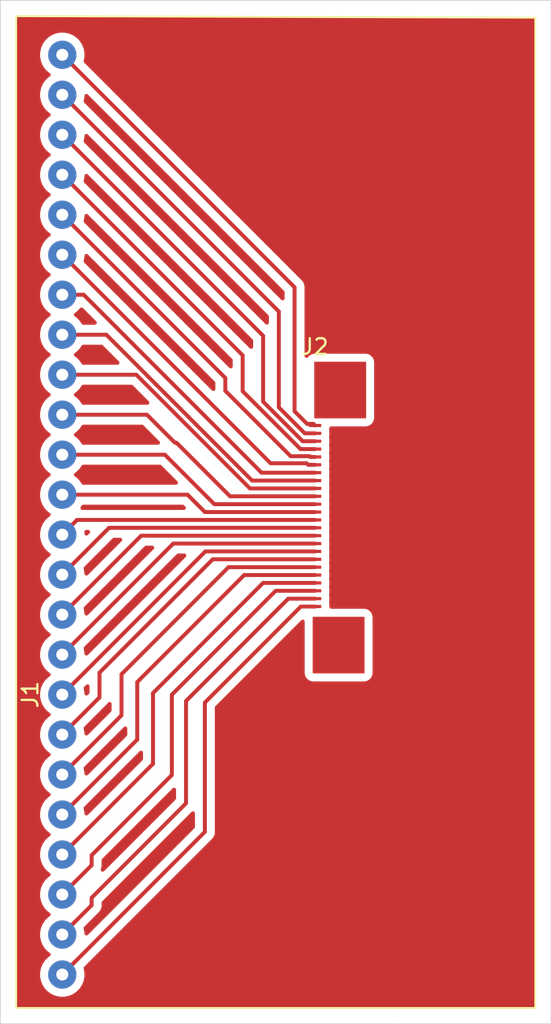
<source format=kicad_pcb>
(kicad_pcb (version 20171130) (host pcbnew 5.1.2-f72e74a~84~ubuntu18.04.1)

  (general
    (thickness 1.6)
    (drawings 14)
    (tracks 90)
    (zones 0)
    (modules 2)
    (nets 25)
  )

  (page A4)
  (layers
    (0 F.Cu signal)
    (31 B.Cu signal)
    (32 B.Adhes user)
    (33 F.Adhes user)
    (34 B.Paste user)
    (35 F.Paste user)
    (36 B.SilkS user)
    (37 F.SilkS user)
    (38 B.Mask user)
    (39 F.Mask user)
    (40 Dwgs.User user)
    (41 Cmts.User user)
    (42 Eco1.User user)
    (43 Eco2.User user)
    (44 Edge.Cuts user)
    (45 Margin user)
    (46 B.CrtYd user)
    (47 F.CrtYd user)
    (48 B.Fab user)
    (49 F.Fab user)
  )

  (setup
    (last_trace_width 0.25)
    (trace_clearance 0.3)
    (zone_clearance 0.508)
    (zone_45_only no)
    (trace_min 0.2)
    (via_size 0.8)
    (via_drill 0.4)
    (via_min_size 0.4)
    (via_min_drill 0.3)
    (uvia_size 0.3)
    (uvia_drill 0.1)
    (uvias_allowed no)
    (uvia_min_size 0.2)
    (uvia_min_drill 0.1)
    (edge_width 0.05)
    (segment_width 0.2)
    (pcb_text_width 0.3)
    (pcb_text_size 1.5 1.5)
    (mod_edge_width 0.12)
    (mod_text_size 1 1)
    (mod_text_width 0.15)
    (pad_size 1.524 1.524)
    (pad_drill 0.762)
    (pad_to_mask_clearance 0.051)
    (solder_mask_min_width 0.25)
    (aux_axis_origin 0 0)
    (visible_elements FFFFFF7F)
    (pcbplotparams
      (layerselection 0x00000_7fffffff)
      (usegerberextensions false)
      (usegerberattributes false)
      (usegerberadvancedattributes false)
      (creategerberjobfile false)
      (excludeedgelayer true)
      (linewidth 0.100000)
      (plotframeref false)
      (viasonmask false)
      (mode 1)
      (useauxorigin false)
      (hpglpennumber 1)
      (hpglpenspeed 20)
      (hpglpendiameter 15.000000)
      (psnegative false)
      (psa4output false)
      (plotreference true)
      (plotvalue true)
      (plotinvisibletext false)
      (padsonsilk false)
      (subtractmaskfromsilk false)
      (outputformat 5)
      (mirror true)
      (drillshape 0)
      (scaleselection 1)
      (outputdirectory ""))
  )

  (net 0 "")
  (net 1 "Net-(J1-Pad1)")
  (net 2 "Net-(J1-Pad2)")
  (net 3 "Net-(J1-Pad3)")
  (net 4 "Net-(J1-Pad4)")
  (net 5 "Net-(J1-Pad5)")
  (net 6 "Net-(J1-Pad6)")
  (net 7 "Net-(J1-Pad7)")
  (net 8 "Net-(J1-Pad8)")
  (net 9 "Net-(J1-Pad9)")
  (net 10 "Net-(J1-Pad10)")
  (net 11 "Net-(J1-Pad11)")
  (net 12 "Net-(J1-Pad12)")
  (net 13 "Net-(J1-Pad13)")
  (net 14 "Net-(J1-Pad14)")
  (net 15 "Net-(J1-Pad15)")
  (net 16 "Net-(J1-Pad16)")
  (net 17 "Net-(J1-Pad17)")
  (net 18 "Net-(J1-Pad18)")
  (net 19 "Net-(J1-Pad19)")
  (net 20 "Net-(J1-Pad20)")
  (net 21 "Net-(J1-Pad21)")
  (net 22 "Net-(J1-Pad22)")
  (net 23 "Net-(J1-Pad23)")
  (net 24 "Net-(J1-Pad24)")

  (net_class Default "This is the default net class."
    (clearance 0.3)
    (trace_width 0.25)
    (via_dia 0.8)
    (via_drill 0.4)
    (uvia_dia 0.3)
    (uvia_drill 0.1)
    (add_net "Net-(J1-Pad1)")
    (add_net "Net-(J1-Pad10)")
    (add_net "Net-(J1-Pad11)")
    (add_net "Net-(J1-Pad12)")
    (add_net "Net-(J1-Pad13)")
    (add_net "Net-(J1-Pad14)")
    (add_net "Net-(J1-Pad15)")
    (add_net "Net-(J1-Pad16)")
    (add_net "Net-(J1-Pad17)")
    (add_net "Net-(J1-Pad18)")
    (add_net "Net-(J1-Pad19)")
    (add_net "Net-(J1-Pad2)")
    (add_net "Net-(J1-Pad20)")
    (add_net "Net-(J1-Pad21)")
    (add_net "Net-(J1-Pad22)")
    (add_net "Net-(J1-Pad23)")
    (add_net "Net-(J1-Pad24)")
    (add_net "Net-(J1-Pad3)")
    (add_net "Net-(J1-Pad4)")
    (add_net "Net-(J1-Pad5)")
    (add_net "Net-(J1-Pad6)")
    (add_net "Net-(J1-Pad7)")
    (add_net "Net-(J1-Pad8)")
    (add_net "Net-(J1-Pad9)")
  )

  (module otp:conn_24 (layer F.Cu) (tedit 5CF2246B) (tstamp 5CF2299F)
    (at 136.394 94.096 90)
    (path /5CF323C4)
    (fp_text reference J1 (at 0 0.5 90) (layer F.SilkS)
      (effects (font (size 1 1) (thickness 0.15)))
    )
    (fp_text value Conn_01x24_Female (at 0 -0.5 90) (layer F.Fab)
      (effects (font (size 1 1) (thickness 0.15)))
    )
    (pad 1 thru_hole circle (at -17.78 2.54 90) (size 1.8 1.8) (drill 0.762) (layers *.Cu *.Mask)
      (net 1 "Net-(J1-Pad1)"))
    (pad 2 thru_hole circle (at -15.24 2.54 90) (size 1.8 1.8) (drill 0.762) (layers *.Cu *.Mask)
      (net 2 "Net-(J1-Pad2)"))
    (pad 3 thru_hole circle (at -12.7 2.54 90) (size 1.8 1.8) (drill 0.762) (layers *.Cu *.Mask)
      (net 3 "Net-(J1-Pad3)"))
    (pad 4 thru_hole circle (at -10.16 2.54 90) (size 1.8 1.8) (drill 0.762) (layers *.Cu *.Mask)
      (net 4 "Net-(J1-Pad4)"))
    (pad 5 thru_hole circle (at -7.62 2.54 90) (size 1.8 1.8) (drill 0.762) (layers *.Cu *.Mask)
      (net 5 "Net-(J1-Pad5)"))
    (pad 6 thru_hole circle (at -5.08 2.54 90) (size 1.8 1.8) (drill 0.762) (layers *.Cu *.Mask)
      (net 6 "Net-(J1-Pad6)"))
    (pad 7 thru_hole circle (at -2.54 2.54 90) (size 1.8 1.8) (drill 0.762) (layers *.Cu *.Mask)
      (net 7 "Net-(J1-Pad7)"))
    (pad 8 thru_hole circle (at 0 2.54 90) (size 1.8 1.8) (drill 0.762) (layers *.Cu *.Mask)
      (net 8 "Net-(J1-Pad8)"))
    (pad 9 thru_hole circle (at 2.54 2.54 90) (size 1.8 1.8) (drill 0.762) (layers *.Cu *.Mask)
      (net 9 "Net-(J1-Pad9)"))
    (pad 10 thru_hole circle (at 5.08 2.54 90) (size 1.8 1.8) (drill 0.762) (layers *.Cu *.Mask)
      (net 10 "Net-(J1-Pad10)"))
    (pad 11 thru_hole circle (at 7.62 2.54 90) (size 1.8 1.8) (drill 0.762) (layers *.Cu *.Mask)
      (net 11 "Net-(J1-Pad11)"))
    (pad 12 thru_hole circle (at 10.16 2.54 90) (size 1.8 1.8) (drill 0.762) (layers *.Cu *.Mask)
      (net 12 "Net-(J1-Pad12)"))
    (pad 13 thru_hole circle (at 12.7 2.54 90) (size 1.8 1.8) (drill 0.762) (layers *.Cu *.Mask)
      (net 13 "Net-(J1-Pad13)"))
    (pad 14 thru_hole circle (at 15.24 2.54 90) (size 1.8 1.8) (drill 0.762) (layers *.Cu *.Mask)
      (net 14 "Net-(J1-Pad14)"))
    (pad 15 thru_hole circle (at 17.78 2.54 90) (size 1.8 1.8) (drill 0.762) (layers *.Cu *.Mask)
      (net 15 "Net-(J1-Pad15)"))
    (pad 16 thru_hole circle (at 20.32 2.54 90) (size 1.8 1.8) (drill 0.762) (layers *.Cu *.Mask)
      (net 16 "Net-(J1-Pad16)"))
    (pad 17 thru_hole circle (at 22.86 2.54 90) (size 1.8 1.8) (drill 0.762) (layers *.Cu *.Mask)
      (net 17 "Net-(J1-Pad17)"))
    (pad 18 thru_hole circle (at 25.4 2.54 90) (size 1.8 1.8) (drill 0.762) (layers *.Cu *.Mask)
      (net 18 "Net-(J1-Pad18)"))
    (pad 19 thru_hole circle (at 27.94 2.54 90) (size 1.8 1.8) (drill 0.762) (layers *.Cu *.Mask)
      (net 19 "Net-(J1-Pad19)"))
    (pad 20 thru_hole circle (at 30.48 2.54 90) (size 1.8 1.8) (drill 0.762) (layers *.Cu *.Mask)
      (net 20 "Net-(J1-Pad20)"))
    (pad 21 thru_hole circle (at 33.02 2.54 90) (size 1.8 1.8) (drill 0.762) (layers *.Cu *.Mask)
      (net 21 "Net-(J1-Pad21)"))
    (pad 22 thru_hole circle (at 35.56 2.54 90) (size 1.8 1.8) (drill 0.762) (layers *.Cu *.Mask)
      (net 22 "Net-(J1-Pad22)"))
    (pad 23 thru_hole circle (at 38.1 2.54 90) (size 1.8 1.8) (drill 0.762) (layers *.Cu *.Mask)
      (net 23 "Net-(J1-Pad23)"))
    (pad 24 thru_hole circle (at 40.64 2.54 90) (size 1.8 1.8) (drill 0.762) (layers *.Cu *.Mask)
      (net 24 "Net-(J1-Pad24)"))
  )

  (module otp:FPC24 (layer F.Cu) (tedit 5CDE8A3C) (tstamp 5CF229BB)
    (at 155 83 180)
    (path /5CF312E5)
    (fp_text reference J2 (at 0 11) (layer F.SilkS)
      (effects (font (size 1 1) (thickness 0.15)))
    )
    (fp_text value otp_FPC24 (at 0 -9.5) (layer F.Fab)
      (effects (font (size 1 1) (thickness 0.15)))
    )
    (pad 24 smd rect (at 0 -5.5 180) (size 0.8 0.2) (layers F.Cu F.Paste F.Mask)
      (net 1 "Net-(J1-Pad1)"))
    (pad 23 smd rect (at 0 -5 180) (size 0.8 0.2) (layers F.Cu F.Paste F.Mask)
      (net 2 "Net-(J1-Pad2)"))
    (pad 22 smd rect (at 0 -4.5 180) (size 0.8 0.2) (layers F.Cu F.Paste F.Mask)
      (net 3 "Net-(J1-Pad3)"))
    (pad 21 smd rect (at 0 -4 180) (size 0.8 0.2) (layers F.Cu F.Paste F.Mask)
      (net 4 "Net-(J1-Pad4)"))
    (pad 20 smd rect (at 0 -3.5 180) (size 0.8 0.2) (layers F.Cu F.Paste F.Mask)
      (net 5 "Net-(J1-Pad5)"))
    (pad 19 smd rect (at 0 -3 180) (size 0.8 0.2) (layers F.Cu F.Paste F.Mask)
      (net 6 "Net-(J1-Pad6)"))
    (pad 18 smd rect (at 0 -2.5 180) (size 0.8 0.2) (layers F.Cu F.Paste F.Mask)
      (net 7 "Net-(J1-Pad7)"))
    (pad 17 smd rect (at 0 -2 180) (size 0.8 0.2) (layers F.Cu F.Paste F.Mask)
      (net 8 "Net-(J1-Pad8)"))
    (pad 16 smd rect (at 0 -1.5 180) (size 0.8 0.2) (layers F.Cu F.Paste F.Mask)
      (net 9 "Net-(J1-Pad9)"))
    (pad 15 smd rect (at 0 -1 180) (size 0.8 0.2) (layers F.Cu F.Paste F.Mask)
      (net 10 "Net-(J1-Pad10)"))
    (pad 14 smd rect (at 0 -0.5 180) (size 0.8 0.2) (layers F.Cu F.Paste F.Mask)
      (net 11 "Net-(J1-Pad11)"))
    (pad 13 smd rect (at 0 0 180) (size 0.8 0.2) (layers F.Cu F.Paste F.Mask)
      (net 12 "Net-(J1-Pad12)"))
    (pad 12 smd rect (at 0 0.5 180) (size 0.8 0.2) (layers F.Cu F.Paste F.Mask)
      (net 13 "Net-(J1-Pad13)"))
    (pad 11 smd rect (at 0 1 180) (size 0.8 0.2) (layers F.Cu F.Paste F.Mask)
      (net 14 "Net-(J1-Pad14)"))
    (pad 10 smd rect (at 0 1.5 180) (size 0.8 0.2) (layers F.Cu F.Paste F.Mask)
      (net 15 "Net-(J1-Pad15)"))
    (pad 9 smd rect (at 0 2 180) (size 0.8 0.2) (layers F.Cu F.Paste F.Mask)
      (net 16 "Net-(J1-Pad16)"))
    (pad 8 smd rect (at 0 2.5 180) (size 0.8 0.2) (layers F.Cu F.Paste F.Mask)
      (net 17 "Net-(J1-Pad17)"))
    (pad 7 smd rect (at 0 3 180) (size 0.8 0.2) (layers F.Cu F.Paste F.Mask)
      (net 18 "Net-(J1-Pad18)"))
    (pad 6 smd rect (at 0 3.5 180) (size 0.8 0.2) (layers F.Cu F.Paste F.Mask)
      (net 19 "Net-(J1-Pad19)"))
    (pad 5 smd rect (at 0 4 180) (size 0.8 0.2) (layers F.Cu F.Paste F.Mask)
      (net 20 "Net-(J1-Pad20)"))
    (pad 4 smd rect (at 0 4.5 180) (size 0.8 0.2) (layers F.Cu F.Paste F.Mask)
      (net 21 "Net-(J1-Pad21)"))
    (pad 3 smd rect (at 0 5 180) (size 0.8 0.2) (layers F.Cu F.Paste F.Mask)
      (net 22 "Net-(J1-Pad22)"))
    (pad 2 smd rect (at 0 5.5 180) (size 0.8 0.2) (layers F.Cu F.Paste F.Mask)
      (net 23 "Net-(J1-Pad23)"))
    (pad 1 smd rect (at 0 6 180) (size 0.8 0.2) (layers F.Cu F.Paste F.Mask)
      (net 24 "Net-(J1-Pad24)"))
  )

  (gr_line (start 169 51.1) (end 136 51) (layer F.SilkS) (width 0.12))
  (gr_line (start 169 114) (end 169 51.1) (layer F.SilkS) (width 0.12))
  (gr_line (start 136 114) (end 169 114) (layer F.SilkS) (width 0.12))
  (gr_line (start 136 51.1) (end 136 114) (layer F.SilkS) (width 0.12))
  (gr_line (start 170 50) (end 160 50) (layer Edge.Cuts) (width 0.05) (tstamp 5CF22E5F))
  (gr_line (start 170 50.1) (end 170 50) (layer Edge.Cuts) (width 0.05))
  (gr_line (start 170 115) (end 170 50.1) (layer Edge.Cuts) (width 0.05))
  (gr_line (start 160 115) (end 170 115) (layer Edge.Cuts) (width 0.05))
  (gr_line (start 160 50) (end 135 50) (layer Edge.Cuts) (width 0.05) (tstamp 5CF22DFC))
  (gr_line (start 135 115) (end 160 115) (layer Edge.Cuts) (width 0.05))
  (gr_line (start 135 114.9) (end 135 115) (layer Edge.Cuts) (width 0.05))
  (gr_line (start 135 50) (end 135 114.9) (layer Edge.Cuts) (width 0.05))
  (gr_poly (pts (xy 154.9 92.7) (xy 158.1 92.7) (xy 158.1 89.2) (xy 154.9 89.2)) (layer F.Cu) (width 0.1) (tstamp 5CF22C38))
  (gr_poly (pts (xy 155 76.5) (xy 158.2 76.5) (xy 158.2 73) (xy 155 73)) (layer F.Cu) (width 0.1))

  (segment (start 155 88.5) (end 154.1 88.5) (width 0.25) (layer F.Cu) (net 1))
  (segment (start 154.1 88.5) (end 148 94.6) (width 0.25) (layer F.Cu) (net 1))
  (segment (start 148 102.81) (end 138.934 111.876) (width 0.25) (layer F.Cu) (net 1))
  (segment (start 148 94.6) (end 148 102.81) (width 0.25) (layer F.Cu) (net 1))
  (segment (start 140.8 107.47) (end 138.934 109.336) (width 0.25) (layer F.Cu) (net 2))
  (segment (start 140.8 107) (end 140.8 107.47) (width 0.25) (layer F.Cu) (net 2))
  (segment (start 146.8 94.5) (end 146.8 101) (width 0.25) (layer F.Cu) (net 2))
  (segment (start 146.8 101) (end 140.8 107) (width 0.25) (layer F.Cu) (net 2))
  (segment (start 155 88) (end 153.3 88) (width 0.25) (layer F.Cu) (net 2))
  (segment (start 153.3 88) (end 146.8 94.5) (width 0.25) (layer F.Cu) (net 2))
  (segment (start 155 87.5) (end 152.5 87.5) (width 0.25) (layer F.Cu) (net 3))
  (segment (start 152.5 87.5) (end 145.9 94.1) (width 0.25) (layer F.Cu) (net 3))
  (segment (start 145.9 94.1) (end 145.9 99.2) (width 0.25) (layer F.Cu) (net 3))
  (segment (start 145.9 99.2) (end 140.8 104.3) (width 0.25) (layer F.Cu) (net 3))
  (segment (start 140.8 104.93) (end 138.934 106.796) (width 0.25) (layer F.Cu) (net 3))
  (segment (start 140.8 104.3) (end 140.8 104.93) (width 0.25) (layer F.Cu) (net 3))
  (segment (start 144.7 98.49) (end 138.934 104.256) (width 0.25) (layer F.Cu) (net 4))
  (segment (start 155 87) (end 151.7 87) (width 0.25) (layer F.Cu) (net 4))
  (segment (start 144.7 94) (end 144.7 98.49) (width 0.25) (layer F.Cu) (net 4))
  (segment (start 151.7 87) (end 144.7 94) (width 0.25) (layer F.Cu) (net 4))
  (segment (start 155 86.5) (end 150.5 86.5) (width 0.25) (layer F.Cu) (net 5))
  (segment (start 150.5 86.5) (end 143.7 93.3) (width 0.25) (layer F.Cu) (net 5))
  (segment (start 143.7 96.95) (end 138.934 101.716) (width 0.25) (layer F.Cu) (net 5))
  (segment (start 143.7 93.3) (end 143.7 96.95) (width 0.25) (layer F.Cu) (net 5))
  (segment (start 155 86) (end 149.5 86) (width 0.25) (layer F.Cu) (net 6))
  (segment (start 149.5 86) (end 142.7 92.8) (width 0.25) (layer F.Cu) (net 6))
  (segment (start 142.7 95.41) (end 138.934 99.176) (width 0.25) (layer F.Cu) (net 6))
  (segment (start 142.7 92.8) (end 142.7 95.41) (width 0.25) (layer F.Cu) (net 6))
  (segment (start 155 85.5) (end 148.5 85.5) (width 0.25) (layer F.Cu) (net 7))
  (segment (start 148.5 85.5) (end 141.3 92.7) (width 0.25) (layer F.Cu) (net 7))
  (segment (start 141.3 94.27) (end 138.934 96.636) (width 0.25) (layer F.Cu) (net 7))
  (segment (start 141.3 92.7) (end 141.3 94.27) (width 0.25) (layer F.Cu) (net 7))
  (segment (start 148.03 85) (end 138.934 94.096) (width 0.25) (layer F.Cu) (net 8))
  (segment (start 155 85) (end 148.03 85) (width 0.25) (layer F.Cu) (net 8))
  (segment (start 145.99 84.5) (end 138.934 91.556) (width 0.25) (layer F.Cu) (net 9))
  (segment (start 155 84.5) (end 145.99 84.5) (width 0.25) (layer F.Cu) (net 9))
  (segment (start 143.95 84) (end 138.934 89.016) (width 0.25) (layer F.Cu) (net 10))
  (segment (start 155 84) (end 143.95 84) (width 0.25) (layer F.Cu) (net 10))
  (segment (start 141.91 83.5) (end 138.934 86.476) (width 0.25) (layer F.Cu) (net 11))
  (segment (start 155 83.5) (end 141.91 83.5) (width 0.25) (layer F.Cu) (net 11))
  (segment (start 139.87 83) (end 138.934 83.936) (width 0.25) (layer F.Cu) (net 12))
  (segment (start 155 83) (end 139.87 83) (width 0.25) (layer F.Cu) (net 12))
  (segment (start 146.896 81.396) (end 138.934 81.396) (width 0.25) (layer F.Cu) (net 13))
  (segment (start 155 82.5) (end 148 82.5) (width 0.25) (layer F.Cu) (net 13))
  (segment (start 148 82.5) (end 146.896 81.396) (width 0.25) (layer F.Cu) (net 13))
  (segment (start 145.456 78.856) (end 138.934 78.856) (width 0.25) (layer F.Cu) (net 14))
  (segment (start 155 82) (end 148.6 82) (width 0.25) (layer F.Cu) (net 14))
  (segment (start 148.6 82) (end 145.456 78.856) (width 0.25) (layer F.Cu) (net 14))
  (segment (start 155 81.5) (end 149.6 81.5) (width 0.25) (layer F.Cu) (net 15))
  (segment (start 146.2 78.1) (end 146.1 78.1) (width 0.25) (layer F.Cu) (net 15))
  (segment (start 149.6 81.5) (end 146.2 78.1) (width 0.25) (layer F.Cu) (net 15))
  (segment (start 144.316 76.316) (end 138.934 76.316) (width 0.25) (layer F.Cu) (net 15))
  (segment (start 146.1 78.1) (end 144.316 76.316) (width 0.25) (layer F.Cu) (net 15))
  (segment (start 143.63959 73.776) (end 138.934 73.776) (width 0.25) (layer F.Cu) (net 16))
  (segment (start 155 81) (end 150.86359 81) (width 0.25) (layer F.Cu) (net 16))
  (segment (start 150.86359 81) (end 143.63959 73.776) (width 0.25) (layer F.Cu) (net 16))
  (segment (start 141.736 71.236) (end 138.934 71.236) (width 0.25) (layer F.Cu) (net 17))
  (segment (start 155 80.5) (end 151 80.5) (width 0.25) (layer F.Cu) (net 17))
  (segment (start 151 80.5) (end 141.736 71.236) (width 0.25) (layer F.Cu) (net 17))
  (segment (start 140.296 68.696) (end 138.934 68.696) (width 0.25) (layer F.Cu) (net 18))
  (segment (start 155 80) (end 151.6 80) (width 0.25) (layer F.Cu) (net 18))
  (segment (start 151.6 80) (end 140.296 68.696) (width 0.25) (layer F.Cu) (net 18))
  (segment (start 141.2 68.422) (end 138.934 66.156) (width 0.25) (layer F.Cu) (net 19))
  (segment (start 152.17802 79.40002) (end 141.2 68.422) (width 0.25) (layer F.Cu) (net 19))
  (segment (start 154.46361 79.40002) (end 152.17802 79.40002) (width 0.25) (layer F.Cu) (net 19))
  (segment (start 155 79.5) (end 154.56359 79.5) (width 0.25) (layer F.Cu) (net 19))
  (segment (start 154.56359 79.5) (end 154.46361 79.40002) (width 0.25) (layer F.Cu) (net 19))
  (segment (start 154.65001 78.95001) (end 153.45001 78.95001) (width 0.25) (layer F.Cu) (net 20))
  (segment (start 155 79) (end 154.7 79) (width 0.25) (layer F.Cu) (net 20))
  (segment (start 154.7 79) (end 154.65001 78.95001) (width 0.25) (layer F.Cu) (net 20))
  (segment (start 153.45001 78.95001) (end 149.3 74.8) (width 0.25) (layer F.Cu) (net 20))
  (segment (start 149.3 73.982) (end 138.934 63.616) (width 0.25) (layer F.Cu) (net 20))
  (segment (start 149.3 74.8) (end 149.3 73.982) (width 0.25) (layer F.Cu) (net 20))
  (segment (start 154.07718 78.5) (end 150.4 74.82282) (width 0.25) (layer F.Cu) (net 21))
  (segment (start 155 78.5) (end 154.07718 78.5) (width 0.25) (layer F.Cu) (net 21))
  (segment (start 150.4 72.542) (end 138.934 61.076) (width 0.25) (layer F.Cu) (net 21))
  (segment (start 150.4 74.82282) (end 150.4 72.542) (width 0.25) (layer F.Cu) (net 21))
  (segment (start 154.21359 78) (end 151.7 75.48641) (width 0.25) (layer F.Cu) (net 22))
  (segment (start 155 78) (end 154.21359 78) (width 0.25) (layer F.Cu) (net 22))
  (segment (start 151.7 71.302) (end 138.934 58.536) (width 0.25) (layer F.Cu) (net 22))
  (segment (start 151.7 75.48641) (end 151.7 71.302) (width 0.25) (layer F.Cu) (net 22))
  (segment (start 154.35 77.5) (end 152.7 75.85) (width 0.25) (layer F.Cu) (net 23))
  (segment (start 155 77.5) (end 154.35 77.5) (width 0.25) (layer F.Cu) (net 23))
  (segment (start 152.7 69.762) (end 138.934 55.996) (width 0.25) (layer F.Cu) (net 23))
  (segment (start 152.7 75.85) (end 152.7 69.762) (width 0.25) (layer F.Cu) (net 23))
  (segment (start 138.934 53.456) (end 153.7 68.222) (width 0.25) (layer F.Cu) (net 24))
  (segment (start 153.7 68.222) (end 153.7 76.1) (width 0.25) (layer F.Cu) (net 24))
  (segment (start 153.7 76.1) (end 154.5 76.9) (width 0.25) (layer F.Cu) (net 24))
  (segment (start 154.9 76.9) (end 155 77) (width 0.25) (layer F.Cu) (net 24))
  (segment (start 154.5 76.9) (end 154.9 76.9) (width 0.25) (layer F.Cu) (net 24))

  (zone (net 0) (net_name "") (layer F.Cu) (tstamp 5CF230BA) (hatch edge 0.508)
    (connect_pads (clearance 0.508))
    (min_thickness 0.254)
    (fill yes (arc_segments 32) (thermal_gap 0.508) (thermal_bridge_width 0.508))
    (polygon
      (pts
        (xy 136 114) (xy 169 114) (xy 169 51.1) (xy 136 51)
      )
    )
    (filled_polygon
      (pts
        (xy 168.873 51.226615) (xy 168.873 113.873) (xy 136.127 113.873) (xy 136.127 53.304816) (xy 137.399 53.304816)
        (xy 137.399 53.607184) (xy 137.457989 53.903743) (xy 137.573701 54.183095) (xy 137.741688 54.434505) (xy 137.955495 54.648312)
        (xy 138.071763 54.726) (xy 137.955495 54.803688) (xy 137.741688 55.017495) (xy 137.573701 55.268905) (xy 137.457989 55.548257)
        (xy 137.399 55.844816) (xy 137.399 56.147184) (xy 137.457989 56.443743) (xy 137.573701 56.723095) (xy 137.741688 56.974505)
        (xy 137.955495 57.188312) (xy 138.071763 57.266) (xy 137.955495 57.343688) (xy 137.741688 57.557495) (xy 137.573701 57.808905)
        (xy 137.457989 58.088257) (xy 137.399 58.384816) (xy 137.399 58.687184) (xy 137.457989 58.983743) (xy 137.573701 59.263095)
        (xy 137.741688 59.514505) (xy 137.955495 59.728312) (xy 138.071763 59.806) (xy 137.955495 59.883688) (xy 137.741688 60.097495)
        (xy 137.573701 60.348905) (xy 137.457989 60.628257) (xy 137.399 60.924816) (xy 137.399 61.227184) (xy 137.457989 61.523743)
        (xy 137.573701 61.803095) (xy 137.741688 62.054505) (xy 137.955495 62.268312) (xy 138.071763 62.346) (xy 137.955495 62.423688)
        (xy 137.741688 62.637495) (xy 137.573701 62.888905) (xy 137.457989 63.168257) (xy 137.399 63.464816) (xy 137.399 63.767184)
        (xy 137.457989 64.063743) (xy 137.573701 64.343095) (xy 137.741688 64.594505) (xy 137.955495 64.808312) (xy 138.071763 64.886)
        (xy 137.955495 64.963688) (xy 137.741688 65.177495) (xy 137.573701 65.428905) (xy 137.457989 65.708257) (xy 137.399 66.004816)
        (xy 137.399 66.307184) (xy 137.457989 66.603743) (xy 137.573701 66.883095) (xy 137.741688 67.134505) (xy 137.955495 67.348312)
        (xy 138.071763 67.426) (xy 137.955495 67.503688) (xy 137.741688 67.717495) (xy 137.573701 67.968905) (xy 137.457989 68.248257)
        (xy 137.399 68.544816) (xy 137.399 68.847184) (xy 137.457989 69.143743) (xy 137.573701 69.423095) (xy 137.741688 69.674505)
        (xy 137.955495 69.888312) (xy 138.071763 69.966) (xy 137.955495 70.043688) (xy 137.741688 70.257495) (xy 137.573701 70.508905)
        (xy 137.457989 70.788257) (xy 137.399 71.084816) (xy 137.399 71.387184) (xy 137.457989 71.683743) (xy 137.573701 71.963095)
        (xy 137.741688 72.214505) (xy 137.955495 72.428312) (xy 138.071763 72.506) (xy 137.955495 72.583688) (xy 137.741688 72.797495)
        (xy 137.573701 73.048905) (xy 137.457989 73.328257) (xy 137.399 73.624816) (xy 137.399 73.927184) (xy 137.457989 74.223743)
        (xy 137.573701 74.503095) (xy 137.741688 74.754505) (xy 137.955495 74.968312) (xy 138.071763 75.046) (xy 137.955495 75.123688)
        (xy 137.741688 75.337495) (xy 137.573701 75.588905) (xy 137.457989 75.868257) (xy 137.399 76.164816) (xy 137.399 76.467184)
        (xy 137.457989 76.763743) (xy 137.573701 77.043095) (xy 137.741688 77.294505) (xy 137.955495 77.508312) (xy 138.071763 77.586)
        (xy 137.955495 77.663688) (xy 137.741688 77.877495) (xy 137.573701 78.128905) (xy 137.457989 78.408257) (xy 137.399 78.704816)
        (xy 137.399 79.007184) (xy 137.457989 79.303743) (xy 137.573701 79.583095) (xy 137.741688 79.834505) (xy 137.955495 80.048312)
        (xy 138.071763 80.126) (xy 137.955495 80.203688) (xy 137.741688 80.417495) (xy 137.573701 80.668905) (xy 137.457989 80.948257)
        (xy 137.399 81.244816) (xy 137.399 81.547184) (xy 137.457989 81.843743) (xy 137.573701 82.123095) (xy 137.741688 82.374505)
        (xy 137.955495 82.588312) (xy 138.071763 82.666) (xy 137.955495 82.743688) (xy 137.741688 82.957495) (xy 137.573701 83.208905)
        (xy 137.457989 83.488257) (xy 137.399 83.784816) (xy 137.399 84.087184) (xy 137.457989 84.383743) (xy 137.573701 84.663095)
        (xy 137.741688 84.914505) (xy 137.955495 85.128312) (xy 138.071763 85.206) (xy 137.955495 85.283688) (xy 137.741688 85.497495)
        (xy 137.573701 85.748905) (xy 137.457989 86.028257) (xy 137.399 86.324816) (xy 137.399 86.627184) (xy 137.457989 86.923743)
        (xy 137.573701 87.203095) (xy 137.741688 87.454505) (xy 137.955495 87.668312) (xy 138.071763 87.746) (xy 137.955495 87.823688)
        (xy 137.741688 88.037495) (xy 137.573701 88.288905) (xy 137.457989 88.568257) (xy 137.399 88.864816) (xy 137.399 89.167184)
        (xy 137.457989 89.463743) (xy 137.573701 89.743095) (xy 137.741688 89.994505) (xy 137.955495 90.208312) (xy 138.071763 90.286)
        (xy 137.955495 90.363688) (xy 137.741688 90.577495) (xy 137.573701 90.828905) (xy 137.457989 91.108257) (xy 137.399 91.404816)
        (xy 137.399 91.707184) (xy 137.457989 92.003743) (xy 137.573701 92.283095) (xy 137.741688 92.534505) (xy 137.955495 92.748312)
        (xy 138.071763 92.826) (xy 137.955495 92.903688) (xy 137.741688 93.117495) (xy 137.573701 93.368905) (xy 137.457989 93.648257)
        (xy 137.399 93.944816) (xy 137.399 94.247184) (xy 137.457989 94.543743) (xy 137.573701 94.823095) (xy 137.741688 95.074505)
        (xy 137.955495 95.288312) (xy 138.071763 95.366) (xy 137.955495 95.443688) (xy 137.741688 95.657495) (xy 137.573701 95.908905)
        (xy 137.457989 96.188257) (xy 137.399 96.484816) (xy 137.399 96.787184) (xy 137.457989 97.083743) (xy 137.573701 97.363095)
        (xy 137.741688 97.614505) (xy 137.955495 97.828312) (xy 138.071763 97.906) (xy 137.955495 97.983688) (xy 137.741688 98.197495)
        (xy 137.573701 98.448905) (xy 137.457989 98.728257) (xy 137.399 99.024816) (xy 137.399 99.327184) (xy 137.457989 99.623743)
        (xy 137.573701 99.903095) (xy 137.741688 100.154505) (xy 137.955495 100.368312) (xy 138.071763 100.446) (xy 137.955495 100.523688)
        (xy 137.741688 100.737495) (xy 137.573701 100.988905) (xy 137.457989 101.268257) (xy 137.399 101.564816) (xy 137.399 101.867184)
        (xy 137.457989 102.163743) (xy 137.573701 102.443095) (xy 137.741688 102.694505) (xy 137.955495 102.908312) (xy 138.071763 102.986)
        (xy 137.955495 103.063688) (xy 137.741688 103.277495) (xy 137.573701 103.528905) (xy 137.457989 103.808257) (xy 137.399 104.104816)
        (xy 137.399 104.407184) (xy 137.457989 104.703743) (xy 137.573701 104.983095) (xy 137.741688 105.234505) (xy 137.955495 105.448312)
        (xy 138.071763 105.526) (xy 137.955495 105.603688) (xy 137.741688 105.817495) (xy 137.573701 106.068905) (xy 137.457989 106.348257)
        (xy 137.399 106.644816) (xy 137.399 106.947184) (xy 137.457989 107.243743) (xy 137.573701 107.523095) (xy 137.741688 107.774505)
        (xy 137.955495 107.988312) (xy 138.071763 108.066) (xy 137.955495 108.143688) (xy 137.741688 108.357495) (xy 137.573701 108.608905)
        (xy 137.457989 108.888257) (xy 137.399 109.184816) (xy 137.399 109.487184) (xy 137.457989 109.783743) (xy 137.573701 110.063095)
        (xy 137.741688 110.314505) (xy 137.955495 110.528312) (xy 138.071763 110.606) (xy 137.955495 110.683688) (xy 137.741688 110.897495)
        (xy 137.573701 111.148905) (xy 137.457989 111.428257) (xy 137.399 111.724816) (xy 137.399 112.027184) (xy 137.457989 112.323743)
        (xy 137.573701 112.603095) (xy 137.741688 112.854505) (xy 137.955495 113.068312) (xy 138.206905 113.236299) (xy 138.486257 113.352011)
        (xy 138.782816 113.411) (xy 139.085184 113.411) (xy 139.381743 113.352011) (xy 139.661095 113.236299) (xy 139.912505 113.068312)
        (xy 140.126312 112.854505) (xy 140.294299 112.603095) (xy 140.410011 112.323743) (xy 140.469 112.027184) (xy 140.469 111.724816)
        (xy 140.417731 111.46707) (xy 148.511003 103.373799) (xy 148.540001 103.350001) (xy 148.599505 103.277495) (xy 148.634974 103.234277)
        (xy 148.705546 103.102247) (xy 148.713417 103.076299) (xy 148.749003 102.958986) (xy 148.76 102.847333) (xy 148.76 102.847324)
        (xy 148.763676 102.810001) (xy 148.76 102.772678) (xy 148.76 94.914801) (xy 154.215 89.459802) (xy 154.215 92.7)
        (xy 154.22129 92.764145) (xy 154.227133 92.828356) (xy 154.227812 92.830662) (xy 154.228046 92.833051) (xy 154.246666 92.894723)
        (xy 154.264879 92.956606) (xy 154.265992 92.958736) (xy 154.266686 92.961033) (xy 154.296916 93.017886) (xy 154.326816 93.075081)
        (xy 154.328323 93.076955) (xy 154.329449 93.079073) (xy 154.370157 93.128986) (xy 154.410586 93.179269) (xy 154.412427 93.180813)
        (xy 154.413944 93.182674) (xy 154.463616 93.223766) (xy 154.512998 93.265203) (xy 154.515102 93.26636) (xy 154.516953 93.267891)
        (xy 154.573639 93.298541) (xy 154.63015 93.329608) (xy 154.632442 93.330335) (xy 154.634552 93.331476) (xy 154.696084 93.350524)
        (xy 154.75758 93.370031) (xy 154.759968 93.370299) (xy 154.762262 93.371009) (xy 154.826366 93.377746) (xy 154.890436 93.384933)
        (xy 154.89505 93.384965) (xy 154.895218 93.384983) (xy 154.895386 93.384968) (xy 154.9 93.385) (xy 158.1 93.385)
        (xy 158.164145 93.37871) (xy 158.228356 93.372867) (xy 158.230662 93.372188) (xy 158.233051 93.371954) (xy 158.294723 93.353334)
        (xy 158.356606 93.335121) (xy 158.358736 93.334008) (xy 158.361033 93.333314) (xy 158.417886 93.303084) (xy 158.475081 93.273184)
        (xy 158.476955 93.271677) (xy 158.479073 93.270551) (xy 158.528986 93.229843) (xy 158.579269 93.189414) (xy 158.580813 93.187573)
        (xy 158.582674 93.186056) (xy 158.623766 93.136384) (xy 158.665203 93.087002) (xy 158.66636 93.084898) (xy 158.667891 93.083047)
        (xy 158.698541 93.026361) (xy 158.729608 92.96985) (xy 158.730335 92.967558) (xy 158.731476 92.965448) (xy 158.750524 92.903916)
        (xy 158.770031 92.84242) (xy 158.770299 92.840032) (xy 158.771009 92.837738) (xy 158.777746 92.773634) (xy 158.784933 92.709564)
        (xy 158.784965 92.70495) (xy 158.784983 92.704782) (xy 158.784968 92.704614) (xy 158.785 92.7) (xy 158.785 89.2)
        (xy 158.77871 89.135855) (xy 158.772867 89.071644) (xy 158.772188 89.069338) (xy 158.771954 89.066949) (xy 158.753334 89.005277)
        (xy 158.735121 88.943394) (xy 158.734008 88.941264) (xy 158.733314 88.938967) (xy 158.703084 88.882114) (xy 158.673184 88.824919)
        (xy 158.671677 88.823045) (xy 158.670551 88.820927) (xy 158.629843 88.771014) (xy 158.589414 88.720731) (xy 158.587573 88.719187)
        (xy 158.586056 88.717326) (xy 158.536384 88.676234) (xy 158.487002 88.634797) (xy 158.484898 88.63364) (xy 158.483047 88.632109)
        (xy 158.426361 88.601459) (xy 158.36985 88.570392) (xy 158.367558 88.569665) (xy 158.365448 88.568524) (xy 158.303916 88.549476)
        (xy 158.24242 88.529969) (xy 158.240032 88.529701) (xy 158.237738 88.528991) (xy 158.173634 88.522254) (xy 158.109564 88.515067)
        (xy 158.10495 88.515035) (xy 158.104782 88.515017) (xy 158.104614 88.515032) (xy 158.1 88.515) (xy 156.038072 88.515)
        (xy 156.038072 88.4) (xy 156.025812 88.275518) (xy 156.018071 88.25) (xy 156.025812 88.224482) (xy 156.038072 88.1)
        (xy 156.038072 87.9) (xy 156.025812 87.775518) (xy 156.018071 87.75) (xy 156.025812 87.724482) (xy 156.038072 87.6)
        (xy 156.038072 87.4) (xy 156.025812 87.275518) (xy 156.018071 87.25) (xy 156.025812 87.224482) (xy 156.038072 87.1)
        (xy 156.038072 86.9) (xy 156.025812 86.775518) (xy 156.018071 86.75) (xy 156.025812 86.724482) (xy 156.038072 86.6)
        (xy 156.038072 86.4) (xy 156.025812 86.275518) (xy 156.018071 86.25) (xy 156.025812 86.224482) (xy 156.038072 86.1)
        (xy 156.038072 85.9) (xy 156.025812 85.775518) (xy 156.018071 85.75) (xy 156.025812 85.724482) (xy 156.038072 85.6)
        (xy 156.038072 85.4) (xy 156.025812 85.275518) (xy 156.018071 85.25) (xy 156.025812 85.224482) (xy 156.038072 85.1)
        (xy 156.038072 84.9) (xy 156.025812 84.775518) (xy 156.018071 84.75) (xy 156.025812 84.724482) (xy 156.038072 84.6)
        (xy 156.038072 84.4) (xy 156.025812 84.275518) (xy 156.018071 84.25) (xy 156.025812 84.224482) (xy 156.038072 84.1)
        (xy 156.038072 83.9) (xy 156.025812 83.775518) (xy 156.018071 83.75) (xy 156.025812 83.724482) (xy 156.038072 83.6)
        (xy 156.038072 83.4) (xy 156.025812 83.275518) (xy 156.018071 83.25) (xy 156.025812 83.224482) (xy 156.038072 83.1)
        (xy 156.038072 82.9) (xy 156.025812 82.775518) (xy 156.018071 82.75) (xy 156.025812 82.724482) (xy 156.038072 82.6)
        (xy 156.038072 82.4) (xy 156.025812 82.275518) (xy 156.018071 82.25) (xy 156.025812 82.224482) (xy 156.038072 82.1)
        (xy 156.038072 81.9) (xy 156.025812 81.775518) (xy 156.018071 81.75) (xy 156.025812 81.724482) (xy 156.038072 81.6)
        (xy 156.038072 81.4) (xy 156.025812 81.275518) (xy 156.018071 81.25) (xy 156.025812 81.224482) (xy 156.038072 81.1)
        (xy 156.038072 80.9) (xy 156.025812 80.775518) (xy 156.018071 80.75) (xy 156.025812 80.724482) (xy 156.038072 80.6)
        (xy 156.038072 80.4) (xy 156.025812 80.275518) (xy 156.018071 80.25) (xy 156.025812 80.224482) (xy 156.038072 80.1)
        (xy 156.038072 79.9) (xy 156.025812 79.775518) (xy 156.018071 79.75) (xy 156.025812 79.724482) (xy 156.038072 79.6)
        (xy 156.038072 79.4) (xy 156.025812 79.275518) (xy 156.018071 79.25) (xy 156.025812 79.224482) (xy 156.038072 79.1)
        (xy 156.038072 78.9) (xy 156.025812 78.775518) (xy 156.018071 78.75) (xy 156.025812 78.724482) (xy 156.038072 78.6)
        (xy 156.038072 78.4) (xy 156.025812 78.275518) (xy 156.018071 78.25) (xy 156.025812 78.224482) (xy 156.038072 78.1)
        (xy 156.038072 77.9) (xy 156.025812 77.775518) (xy 156.018071 77.75) (xy 156.025812 77.724482) (xy 156.038072 77.6)
        (xy 156.038072 77.4) (xy 156.025812 77.275518) (xy 156.018071 77.25) (xy 156.025812 77.224482) (xy 156.029701 77.185)
        (xy 158.2 77.185) (xy 158.264145 77.17871) (xy 158.328356 77.172867) (xy 158.330662 77.172188) (xy 158.333051 77.171954)
        (xy 158.394723 77.153334) (xy 158.456606 77.135121) (xy 158.458736 77.134008) (xy 158.461033 77.133314) (xy 158.517886 77.103084)
        (xy 158.575081 77.073184) (xy 158.576955 77.071677) (xy 158.579073 77.070551) (xy 158.628986 77.029843) (xy 158.679269 76.989414)
        (xy 158.680813 76.987573) (xy 158.682674 76.986056) (xy 158.723766 76.936384) (xy 158.765203 76.887002) (xy 158.76636 76.884898)
        (xy 158.767891 76.883047) (xy 158.798541 76.826361) (xy 158.829608 76.76985) (xy 158.830335 76.767558) (xy 158.831476 76.765448)
        (xy 158.850524 76.703916) (xy 158.870031 76.64242) (xy 158.870299 76.640032) (xy 158.871009 76.637738) (xy 158.877746 76.573634)
        (xy 158.884933 76.509564) (xy 158.884965 76.50495) (xy 158.884983 76.504782) (xy 158.884968 76.504614) (xy 158.885 76.5)
        (xy 158.885 73) (xy 158.87871 72.935855) (xy 158.872867 72.871644) (xy 158.872188 72.869338) (xy 158.871954 72.866949)
        (xy 158.853334 72.805277) (xy 158.835121 72.743394) (xy 158.834008 72.741264) (xy 158.833314 72.738967) (xy 158.803084 72.682114)
        (xy 158.773184 72.624919) (xy 158.771677 72.623045) (xy 158.770551 72.620927) (xy 158.729843 72.571014) (xy 158.689414 72.520731)
        (xy 158.687573 72.519187) (xy 158.686056 72.517326) (xy 158.636384 72.476234) (xy 158.587002 72.434797) (xy 158.584898 72.43364)
        (xy 158.583047 72.432109) (xy 158.526361 72.401459) (xy 158.46985 72.370392) (xy 158.467558 72.369665) (xy 158.465448 72.368524)
        (xy 158.403916 72.349476) (xy 158.34242 72.329969) (xy 158.340032 72.329701) (xy 158.337738 72.328991) (xy 158.273634 72.322254)
        (xy 158.209564 72.315067) (xy 158.20495 72.315035) (xy 158.204782 72.315017) (xy 158.204614 72.315032) (xy 158.2 72.315)
        (xy 155 72.315) (xy 154.935855 72.32129) (xy 154.871644 72.327133) (xy 154.869338 72.327812) (xy 154.866949 72.328046)
        (xy 154.805277 72.346666) (xy 154.743394 72.364879) (xy 154.741264 72.365992) (xy 154.738967 72.366686) (xy 154.682114 72.396916)
        (xy 154.624919 72.426816) (xy 154.623045 72.428323) (xy 154.620927 72.429449) (xy 154.571014 72.470157) (xy 154.520731 72.510586)
        (xy 154.519187 72.512427) (xy 154.517326 72.513944) (xy 154.476234 72.563616) (xy 154.46 72.582962) (xy 154.46 68.259322)
        (xy 154.463676 68.221999) (xy 154.46 68.184676) (xy 154.46 68.184667) (xy 154.449003 68.073014) (xy 154.405546 67.929753)
        (xy 154.334974 67.797724) (xy 154.321811 67.781685) (xy 154.263799 67.710996) (xy 154.263795 67.710992) (xy 154.240001 67.681999)
        (xy 154.21101 67.658207) (xy 140.417731 53.86493) (xy 140.469 53.607184) (xy 140.469 53.304816) (xy 140.410011 53.008257)
        (xy 140.294299 52.728905) (xy 140.126312 52.477495) (xy 139.912505 52.263688) (xy 139.661095 52.095701) (xy 139.381743 51.979989)
        (xy 139.085184 51.921) (xy 138.782816 51.921) (xy 138.486257 51.979989) (xy 138.206905 52.095701) (xy 137.955495 52.263688)
        (xy 137.741688 52.477495) (xy 137.573701 52.728905) (xy 137.457989 53.008257) (xy 137.399 53.304816) (xy 136.127 53.304816)
        (xy 136.127 51.127385)
      )
    )
    (filled_polygon
      (pts
        (xy 147.240001 102.495197) (xy 140.469 109.266199) (xy 140.469 109.184816) (xy 140.417731 108.92707) (xy 141.311003 108.033799)
        (xy 141.340001 108.010001) (xy 141.434974 107.894276) (xy 141.505546 107.762247) (xy 141.549003 107.618986) (xy 141.563677 107.47)
        (xy 141.56 107.432667) (xy 141.56 107.314801) (xy 147.240001 101.634802)
      )
    )
    (filled_polygon
      (pts
        (xy 146.040001 100.685196) (xy 141.506676 105.218523) (xy 141.549003 105.078986) (xy 141.56 104.967333) (xy 141.563677 104.93)
        (xy 141.56 104.892667) (xy 141.56 104.614801) (xy 146.040001 100.134801)
      )
    )
    (filled_polygon
      (pts
        (xy 143.940001 98.175196) (xy 140.469 101.646198) (xy 140.469 101.564816) (xy 140.417731 101.30707) (xy 143.940001 97.784801)
      )
    )
    (filled_polygon
      (pts
        (xy 142.940001 96.635197) (xy 140.469 99.106199) (xy 140.469 99.024816) (xy 140.417731 98.76707) (xy 142.940001 96.244801)
      )
    )
    (filled_polygon
      (pts
        (xy 141.940001 95.095197) (xy 140.469 96.566198) (xy 140.469 96.484816) (xy 140.417731 96.22707) (xy 141.811003 94.833799)
        (xy 141.840001 94.810001) (xy 141.934974 94.694276) (xy 141.940001 94.684872)
      )
    )
    (filled_polygon
      (pts
        (xy 140.540001 93.955197) (xy 140.469 94.026198) (xy 140.469 93.944816) (xy 140.417731 93.68707) (xy 140.540001 93.564801)
      )
    )
    (filled_polygon
      (pts
        (xy 140.469 91.486199) (xy 140.469 91.404816) (xy 140.417731 91.14707) (xy 146.304802 85.26) (xy 146.695198 85.26)
      )
    )
    (filled_polygon
      (pts
        (xy 140.469 88.946199) (xy 140.469 88.864816) (xy 140.417731 88.60707) (xy 144.264802 84.76) (xy 144.655198 84.76)
      )
    )
    (filled_polygon
      (pts
        (xy 140.469 86.406199) (xy 140.469 86.324816) (xy 140.417731 86.06707) (xy 142.224802 84.26) (xy 142.615198 84.26)
      )
    )
    (filled_polygon
      (pts
        (xy 140.469 83.866198) (xy 140.469 83.784816) (xy 140.464064 83.76) (xy 140.575198 83.76)
      )
    )
    (filled_polygon
      (pts
        (xy 146.665199 82.24) (xy 140.216185 82.24) (xy 140.272313 82.156) (xy 146.581199 82.156)
      )
    )
    (filled_polygon
      (pts
        (xy 146.161198 80.636) (xy 140.272313 80.636) (xy 140.126312 80.417495) (xy 139.912505 80.203688) (xy 139.796237 80.126)
        (xy 139.912505 80.048312) (xy 140.126312 79.834505) (xy 140.272313 79.616) (xy 145.141199 79.616)
      )
    )
    (filled_polygon
      (pts
        (xy 145.021198 78.096) (xy 140.272313 78.096) (xy 140.126312 77.877495) (xy 139.912505 77.663688) (xy 139.796237 77.586)
        (xy 139.912505 77.508312) (xy 140.126312 77.294505) (xy 140.272313 77.076) (xy 144.001199 77.076)
      )
    )
    (filled_polygon
      (pts
        (xy 144.343856 75.555068) (xy 144.316 75.552324) (xy 144.278678 75.556) (xy 140.272313 75.556) (xy 140.126312 75.337495)
        (xy 139.912505 75.123688) (xy 139.796237 75.046) (xy 139.912505 74.968312) (xy 140.126312 74.754505) (xy 140.272313 74.536)
        (xy 143.324789 74.536)
      )
    )
    (filled_polygon
      (pts
        (xy 148.54 74.296802) (xy 148.54 74.687198) (xy 141.763804 67.911003) (xy 141.763799 67.910997) (xy 140.417731 66.56493)
        (xy 140.469 66.307184) (xy 140.469 66.225801)
      )
    )
    (filled_polygon
      (pts
        (xy 149.640001 72.856803) (xy 149.640001 73.247199) (xy 140.417731 64.02493) (xy 140.469 63.767184) (xy 140.469 63.685801)
      )
    )
    (filled_polygon
      (pts
        (xy 142.441199 73.016) (xy 140.272313 73.016) (xy 140.126312 72.797495) (xy 139.912505 72.583688) (xy 139.796237 72.506)
        (xy 139.912505 72.428312) (xy 140.126312 72.214505) (xy 140.272313 71.996) (xy 141.421199 71.996)
      )
    )
    (filled_polygon
      (pts
        (xy 150.940001 71.616803) (xy 150.940001 72.001999) (xy 150.911003 71.978201) (xy 140.417731 61.48493) (xy 140.469 61.227184)
        (xy 140.469 61.145801)
      )
    )
    (filled_polygon
      (pts
        (xy 141.001199 70.476) (xy 140.272313 70.476) (xy 140.126312 70.257495) (xy 139.912505 70.043688) (xy 139.796237 69.966)
        (xy 139.912505 69.888312) (xy 140.126312 69.674505) (xy 140.155709 69.63051)
      )
    )
    (filled_polygon
      (pts
        (xy 151.940001 70.076803) (xy 151.940001 70.467199) (xy 140.417731 58.94493) (xy 140.469 58.687184) (xy 140.469 58.605801)
      )
    )
    (filled_polygon
      (pts
        (xy 152.94 68.536803) (xy 152.94 68.927198) (xy 140.417731 56.40493) (xy 140.469 56.147184) (xy 140.469 56.065801)
      )
    )
  )
)

</source>
